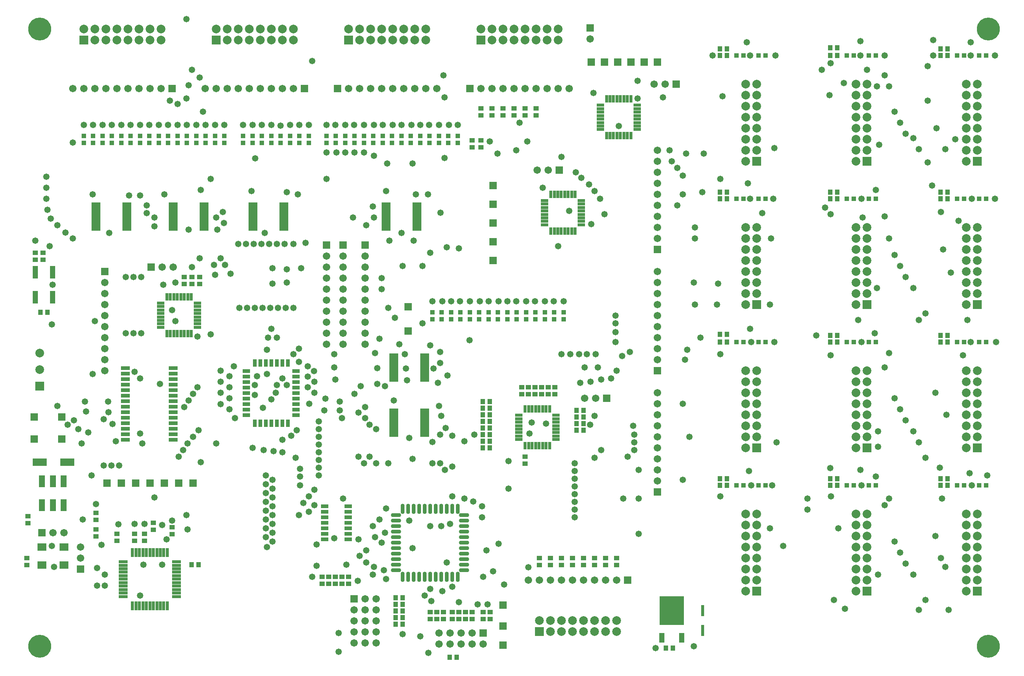
<source format=gts>
G04*
G04 #@! TF.GenerationSoftware,Altium Limited,Altium Designer,22.3.1 (43)*
G04*
G04 Layer_Color=8388736*
%FSLAX25Y25*%
%MOIN*%
G70*
G04*
G04 #@! TF.SameCoordinates,21523384-2048-4463-885C-5AC1EDF958CC*
G04*
G04*
G04 #@! TF.FilePolarity,Negative*
G04*
G01*
G75*
%ADD10R,0.03950X0.04540*%
%ADD11R,0.03950X0.03950*%
%ADD12R,0.06607X0.03800*%
%ADD13R,0.03800X0.06607*%
%ADD14R,0.06804X0.03359*%
%ADD15R,0.03162X0.10249*%
%ADD16R,0.03162X0.06607*%
%ADD17R,0.06607X0.03162*%
%ADD18R,0.04540X0.03950*%
%ADD19R,0.03162X0.08083*%
%ADD20R,0.08083X0.03162*%
%ADD21R,0.08083X0.03556*%
%ADD22O,0.09241X0.03556*%
%ADD23O,0.03556X0.09241*%
%ADD24R,0.04540X0.09068*%
%ADD25R,0.22453X0.26391*%
%ADD26R,0.07887X0.02572*%
%ADD27R,0.04737X0.11627*%
%ADD28R,0.05524X0.10642*%
%ADD29R,0.07887X0.07099*%
%ADD30R,0.12800X0.06800*%
%ADD31R,0.03950X0.03950*%
%ADD32C,0.06706*%
%ADD33R,0.06706X0.06706*%
%ADD34R,0.06706X0.06706*%
%ADD35C,0.07887*%
%ADD36R,0.07887X0.07887*%
%ADD37R,0.07887X0.07887*%
%ADD38C,0.06706*%
%ADD39R,0.06706X0.06706*%
%ADD40R,0.06706X0.06706*%
%ADD41C,0.20800*%
%ADD42C,0.05800*%
D10*
X736850Y166000D02*
D03*
X743150D02*
D03*
X836850Y562000D02*
D03*
X843150D02*
D03*
X836850Y432000D02*
D03*
X843150D02*
D03*
X836850Y296000D02*
D03*
X843150D02*
D03*
X636850Y166000D02*
D03*
X643150D02*
D03*
X836850D02*
D03*
X843150D02*
D03*
X836850Y302000D02*
D03*
X843150D02*
D03*
X636850Y172000D02*
D03*
X643150D02*
D03*
X736850D02*
D03*
X743150D02*
D03*
X836850D02*
D03*
X843150D02*
D03*
X164150Y94000D02*
D03*
X157850D02*
D03*
X428150Y242000D02*
D03*
X421850D02*
D03*
X428150Y230000D02*
D03*
X421850D02*
D03*
X428150Y224000D02*
D03*
X421850D02*
D03*
X428150Y218000D02*
D03*
X421850D02*
D03*
X428150Y212000D02*
D03*
X421850D02*
D03*
X428150Y206000D02*
D03*
X421850D02*
D03*
X428150Y200000D02*
D03*
X421850D02*
D03*
X643150Y556000D02*
D03*
X636850D02*
D03*
X643150Y296000D02*
D03*
X636850D02*
D03*
X743150Y426000D02*
D03*
X736850D02*
D03*
X743150Y296000D02*
D03*
X736850D02*
D03*
X743150Y556000D02*
D03*
X736850D02*
D03*
X843150Y426000D02*
D03*
X836850D02*
D03*
X643150D02*
D03*
X636850D02*
D03*
X843150Y556000D02*
D03*
X836850D02*
D03*
X513150Y216000D02*
D03*
X506850D02*
D03*
X428150Y236000D02*
D03*
X421850D02*
D03*
X513150Y228000D02*
D03*
X506850D02*
D03*
X513150Y234000D02*
D03*
X506850D02*
D03*
X513150Y222000D02*
D03*
X506850D02*
D03*
X398150Y10000D02*
D03*
X391850D02*
D03*
X743150Y563000D02*
D03*
X736850D02*
D03*
X743150Y302000D02*
D03*
X736850D02*
D03*
X743150Y432000D02*
D03*
X736850D02*
D03*
X643150D02*
D03*
X636850D02*
D03*
X643150Y562000D02*
D03*
X636850D02*
D03*
X643150Y303000D02*
D03*
X636850D02*
D03*
X342850Y46000D02*
D03*
X349150D02*
D03*
X342850Y40000D02*
D03*
X349150D02*
D03*
X342850Y58000D02*
D03*
X349150D02*
D03*
X342850Y64000D02*
D03*
X349150D02*
D03*
X342850Y52000D02*
D03*
X349150D02*
D03*
X20850Y323000D02*
D03*
X27150D02*
D03*
X594150Y18500D02*
D03*
X587850D02*
D03*
D11*
X68500Y483150D02*
D03*
Y476850D02*
D03*
X102500D02*
D03*
Y483150D02*
D03*
X390500D02*
D03*
Y476850D02*
D03*
X187500Y483150D02*
D03*
Y476850D02*
D03*
X376000Y323150D02*
D03*
Y316850D02*
D03*
X136500Y476850D02*
D03*
Y483150D02*
D03*
X119500Y476850D02*
D03*
Y483150D02*
D03*
X145000Y476850D02*
D03*
Y483150D02*
D03*
X111000Y476850D02*
D03*
Y483150D02*
D03*
X153500Y476850D02*
D03*
Y483150D02*
D03*
X162000Y476850D02*
D03*
Y483150D02*
D03*
X128000Y476850D02*
D03*
Y483150D02*
D03*
X170500Y476850D02*
D03*
Y483150D02*
D03*
X179000Y476850D02*
D03*
Y483150D02*
D03*
X495000Y316850D02*
D03*
Y323150D02*
D03*
X297000Y476850D02*
D03*
Y483150D02*
D03*
X339500Y476850D02*
D03*
Y483150D02*
D03*
X280000Y476850D02*
D03*
Y483150D02*
D03*
X314000Y476850D02*
D03*
Y483150D02*
D03*
X382000Y476850D02*
D03*
Y483150D02*
D03*
X322500Y476850D02*
D03*
Y483150D02*
D03*
X486500Y316850D02*
D03*
Y323150D02*
D03*
X478000Y316850D02*
D03*
Y323150D02*
D03*
X331000Y476850D02*
D03*
Y483150D02*
D03*
X373500Y476850D02*
D03*
Y483150D02*
D03*
X356500Y476850D02*
D03*
Y483150D02*
D03*
X365000Y476850D02*
D03*
Y483150D02*
D03*
X305500Y476850D02*
D03*
Y483150D02*
D03*
X288500Y476850D02*
D03*
Y483150D02*
D03*
X399000Y476850D02*
D03*
Y483150D02*
D03*
X348000Y476850D02*
D03*
Y483150D02*
D03*
X204500Y476850D02*
D03*
Y483150D02*
D03*
X238500Y476850D02*
D03*
Y483150D02*
D03*
X393000Y316850D02*
D03*
Y323150D02*
D03*
X401500D02*
D03*
Y316850D02*
D03*
X384500D02*
D03*
Y323150D02*
D03*
X230000Y476850D02*
D03*
Y483150D02*
D03*
X213000Y476850D02*
D03*
Y483150D02*
D03*
X427000Y316850D02*
D03*
Y323150D02*
D03*
X221500Y476850D02*
D03*
Y483150D02*
D03*
X418500Y316850D02*
D03*
Y323150D02*
D03*
X410000Y316850D02*
D03*
Y323150D02*
D03*
X60000Y476700D02*
D03*
Y483000D02*
D03*
X264000Y476850D02*
D03*
Y483150D02*
D03*
X94000Y476850D02*
D03*
Y483150D02*
D03*
X85500Y476850D02*
D03*
Y483150D02*
D03*
X77000Y476850D02*
D03*
Y483150D02*
D03*
X444000Y316850D02*
D03*
Y323150D02*
D03*
X469500Y316850D02*
D03*
Y323150D02*
D03*
X461000Y316850D02*
D03*
Y323150D02*
D03*
X452500Y316850D02*
D03*
Y323150D02*
D03*
X435500Y316850D02*
D03*
Y323150D02*
D03*
X255500Y476850D02*
D03*
Y483150D02*
D03*
X247000Y476850D02*
D03*
Y483150D02*
D03*
D12*
X252500Y239900D02*
D03*
Y244900D02*
D03*
Y234900D02*
D03*
X207500Y269900D02*
D03*
Y264900D02*
D03*
Y259900D02*
D03*
Y254900D02*
D03*
Y249900D02*
D03*
Y244900D02*
D03*
Y239900D02*
D03*
Y234900D02*
D03*
Y229900D02*
D03*
X252500Y249900D02*
D03*
Y254900D02*
D03*
Y259900D02*
D03*
Y264900D02*
D03*
Y269900D02*
D03*
Y229900D02*
D03*
D13*
X240000Y222500D02*
D03*
X235000D02*
D03*
X230000D02*
D03*
X245000D02*
D03*
X230000Y277000D02*
D03*
X225000D02*
D03*
X220000D02*
D03*
X215000D02*
D03*
Y222500D02*
D03*
X220000D02*
D03*
X225000D02*
D03*
X245000Y277000D02*
D03*
X240000D02*
D03*
X235000D02*
D03*
D14*
X278323Y117000D02*
D03*
X299677Y147000D02*
D03*
X278323D02*
D03*
Y142000D02*
D03*
Y137000D02*
D03*
Y132000D02*
D03*
Y127000D02*
D03*
Y122000D02*
D03*
X299677Y117000D02*
D03*
Y122000D02*
D03*
Y127000D02*
D03*
Y132000D02*
D03*
Y137000D02*
D03*
Y142000D02*
D03*
D15*
X621000Y34600D02*
D03*
Y52500D02*
D03*
D16*
X469701Y235370D02*
D03*
X472850D02*
D03*
X463402Y202000D02*
D03*
X460252Y235370D02*
D03*
X463402D02*
D03*
X466551D02*
D03*
X476000D02*
D03*
X479150D02*
D03*
X482299D02*
D03*
Y202000D02*
D03*
X479150D02*
D03*
X476000D02*
D03*
X472850D02*
D03*
X469701D02*
D03*
X466551D02*
D03*
X460252D02*
D03*
X135425Y303815D02*
D03*
X141724D02*
D03*
X144874D02*
D03*
X148024D02*
D03*
X151173D02*
D03*
X154323D02*
D03*
X157472D02*
D03*
Y337185D02*
D03*
X154323D02*
D03*
X151173D02*
D03*
X141724D02*
D03*
X138575D02*
D03*
X135425D02*
D03*
X138575Y303815D02*
D03*
X148024Y337185D02*
D03*
X144874D02*
D03*
X556024Y516685D02*
D03*
X552874D02*
D03*
X549724D02*
D03*
X546575D02*
D03*
X543425D02*
D03*
X540276D02*
D03*
X537126D02*
D03*
X533976D02*
D03*
Y483315D02*
D03*
X543425D02*
D03*
X546575D02*
D03*
X549724D02*
D03*
X552874D02*
D03*
X556024D02*
D03*
X537126D02*
D03*
X540276D02*
D03*
X483476Y396815D02*
D03*
X489776D02*
D03*
X492925D02*
D03*
X496075D02*
D03*
X499224D02*
D03*
X502374D02*
D03*
X505524D02*
D03*
Y430185D02*
D03*
X502374D02*
D03*
X499224D02*
D03*
X489776D02*
D03*
X486626D02*
D03*
X483476D02*
D03*
X486626Y396815D02*
D03*
X496075Y430185D02*
D03*
X492925D02*
D03*
D17*
X487961Y213961D02*
D03*
Y210811D02*
D03*
Y229709D02*
D03*
Y226559D02*
D03*
Y223409D02*
D03*
Y220260D02*
D03*
Y217110D02*
D03*
Y207661D02*
D03*
X454591D02*
D03*
Y210811D02*
D03*
Y213961D02*
D03*
Y217110D02*
D03*
Y220260D02*
D03*
Y223409D02*
D03*
Y226559D02*
D03*
Y229709D02*
D03*
X129764Y331524D02*
D03*
Y328374D02*
D03*
Y325224D02*
D03*
Y322075D02*
D03*
Y318925D02*
D03*
Y315776D02*
D03*
Y312626D02*
D03*
Y309476D02*
D03*
X163134D02*
D03*
Y318925D02*
D03*
Y322075D02*
D03*
Y325224D02*
D03*
Y328374D02*
D03*
Y331524D02*
D03*
Y312626D02*
D03*
Y315776D02*
D03*
X528315Y511024D02*
D03*
Y504724D02*
D03*
Y501575D02*
D03*
Y498425D02*
D03*
Y495276D02*
D03*
Y492126D02*
D03*
Y488976D02*
D03*
X561685D02*
D03*
Y492126D02*
D03*
Y495276D02*
D03*
Y504724D02*
D03*
Y507874D02*
D03*
Y511024D02*
D03*
X528315Y507874D02*
D03*
X561685Y498425D02*
D03*
Y501575D02*
D03*
X477815Y424524D02*
D03*
Y421374D02*
D03*
Y418224D02*
D03*
Y415075D02*
D03*
Y411925D02*
D03*
Y408776D02*
D03*
Y405626D02*
D03*
Y402476D02*
D03*
X511185D02*
D03*
Y411925D02*
D03*
Y415075D02*
D03*
Y418224D02*
D03*
Y421374D02*
D03*
Y424524D02*
D03*
Y405626D02*
D03*
Y408776D02*
D03*
D18*
X151000Y348850D02*
D03*
Y355150D02*
D03*
X420000Y479150D02*
D03*
Y472850D02*
D03*
X412000Y479150D02*
D03*
Y472850D02*
D03*
X422000Y51150D02*
D03*
Y44850D02*
D03*
X470000Y508150D02*
D03*
Y501850D02*
D03*
X460000Y508150D02*
D03*
Y501850D02*
D03*
X450000Y508150D02*
D03*
Y501850D02*
D03*
X440000Y508150D02*
D03*
Y501850D02*
D03*
X430000Y508150D02*
D03*
Y501850D02*
D03*
X420000Y508150D02*
D03*
Y501850D02*
D03*
X9500Y131850D02*
D03*
Y138150D02*
D03*
X23000Y370850D02*
D03*
Y377150D02*
D03*
X533000Y93850D02*
D03*
Y100150D02*
D03*
X457000Y248850D02*
D03*
Y255150D02*
D03*
X481000D02*
D03*
Y248850D02*
D03*
X493000Y93850D02*
D03*
Y100150D02*
D03*
X513000Y93850D02*
D03*
Y100150D02*
D03*
X543000Y93850D02*
D03*
Y100150D02*
D03*
X463000Y248850D02*
D03*
Y255150D02*
D03*
X460000Y192150D02*
D03*
Y185850D02*
D03*
X473000Y93850D02*
D03*
Y100150D02*
D03*
X487000Y255150D02*
D03*
Y248850D02*
D03*
X483000Y93850D02*
D03*
Y100150D02*
D03*
X503000Y93850D02*
D03*
Y100150D02*
D03*
X475000Y255150D02*
D03*
Y248850D02*
D03*
X523000Y93850D02*
D03*
Y100150D02*
D03*
X282000Y76850D02*
D03*
Y83150D02*
D03*
X276000Y76850D02*
D03*
Y83150D02*
D03*
X386000Y44850D02*
D03*
Y51150D02*
D03*
X288000Y76850D02*
D03*
Y83150D02*
D03*
X300000Y76850D02*
D03*
Y83150D02*
D03*
X412000Y44850D02*
D03*
Y51150D02*
D03*
X406000D02*
D03*
Y44850D02*
D03*
X294000Y76850D02*
D03*
Y83150D02*
D03*
X380000Y44850D02*
D03*
Y51150D02*
D03*
X428500D02*
D03*
Y44850D02*
D03*
X400000D02*
D03*
Y51150D02*
D03*
X8500Y93850D02*
D03*
Y100150D02*
D03*
X158000Y355150D02*
D03*
Y348850D02*
D03*
X469000Y248850D02*
D03*
Y255150D02*
D03*
X165000Y355150D02*
D03*
Y348850D02*
D03*
X71000Y119850D02*
D03*
Y126150D02*
D03*
X374000Y51150D02*
D03*
Y44850D02*
D03*
X16000Y370701D02*
D03*
Y377000D02*
D03*
X394000Y51150D02*
D03*
Y44850D02*
D03*
X106000Y115850D02*
D03*
Y122150D02*
D03*
X71000Y141150D02*
D03*
Y134850D02*
D03*
X115000Y115850D02*
D03*
Y122150D02*
D03*
X90000Y115850D02*
D03*
Y122150D02*
D03*
X140000Y121850D02*
D03*
Y128150D02*
D03*
X123000Y125850D02*
D03*
Y132150D02*
D03*
D19*
X104252Y105213D02*
D03*
X107402D02*
D03*
X110551D02*
D03*
X113701D02*
D03*
X116850D02*
D03*
X123150D02*
D03*
X126299D02*
D03*
X129449D02*
D03*
X132598D02*
D03*
X135748D02*
D03*
Y56787D02*
D03*
X132598D02*
D03*
X129449D02*
D03*
X126299D02*
D03*
X116850D02*
D03*
X113701D02*
D03*
X110551D02*
D03*
X107402D02*
D03*
X104252D02*
D03*
X120000Y105213D02*
D03*
X123150Y56787D02*
D03*
X120000D02*
D03*
D20*
X144213Y96748D02*
D03*
Y93598D02*
D03*
Y87299D02*
D03*
Y84150D02*
D03*
Y81000D02*
D03*
Y77850D02*
D03*
Y74701D02*
D03*
Y71551D02*
D03*
Y68402D02*
D03*
Y65252D02*
D03*
X95787D02*
D03*
Y68402D02*
D03*
Y71551D02*
D03*
Y74701D02*
D03*
Y77850D02*
D03*
Y81000D02*
D03*
Y84150D02*
D03*
Y87299D02*
D03*
Y93598D02*
D03*
Y96748D02*
D03*
X144213Y90449D02*
D03*
X95787D02*
D03*
D21*
X97667Y212500D02*
D03*
Y217500D02*
D03*
Y222500D02*
D03*
Y227500D02*
D03*
Y232500D02*
D03*
Y237500D02*
D03*
Y242500D02*
D03*
Y247500D02*
D03*
Y252500D02*
D03*
Y257500D02*
D03*
Y262500D02*
D03*
Y267500D02*
D03*
Y272500D02*
D03*
X141171Y267500D02*
D03*
Y262500D02*
D03*
Y257500D02*
D03*
Y252500D02*
D03*
Y247500D02*
D03*
Y242500D02*
D03*
Y237500D02*
D03*
Y232500D02*
D03*
Y227500D02*
D03*
Y222500D02*
D03*
Y217500D02*
D03*
Y212500D02*
D03*
Y207500D02*
D03*
X97667D02*
D03*
X141171Y272500D02*
D03*
D22*
X404720Y104000D02*
D03*
X343280Y134000D02*
D03*
X404720Y129000D02*
D03*
X343280Y109000D02*
D03*
X404720Y89000D02*
D03*
Y94000D02*
D03*
Y99000D02*
D03*
Y109000D02*
D03*
Y114000D02*
D03*
Y119000D02*
D03*
Y124000D02*
D03*
Y134000D02*
D03*
Y139000D02*
D03*
X343280D02*
D03*
Y129000D02*
D03*
Y124000D02*
D03*
Y119000D02*
D03*
Y114000D02*
D03*
Y104000D02*
D03*
Y99000D02*
D03*
Y94000D02*
D03*
Y89000D02*
D03*
D23*
X379000Y144720D02*
D03*
X359000Y83280D02*
D03*
X384000D02*
D03*
X374000Y144720D02*
D03*
Y83280D02*
D03*
X379000D02*
D03*
X389000D02*
D03*
X394000D02*
D03*
X399000D02*
D03*
Y144720D02*
D03*
X394000D02*
D03*
X389000D02*
D03*
X384000D02*
D03*
X369000D02*
D03*
X364000D02*
D03*
X359000D02*
D03*
X354000D02*
D03*
X349000D02*
D03*
Y83280D02*
D03*
X354000D02*
D03*
X364000D02*
D03*
X369000D02*
D03*
D24*
X584024Y27768D02*
D03*
X601976D02*
D03*
D25*
X593000Y52571D02*
D03*
D26*
X361976Y418957D02*
D03*
X334024Y398484D02*
D03*
Y421516D02*
D03*
X361976D02*
D03*
Y416398D02*
D03*
Y413839D02*
D03*
Y411280D02*
D03*
Y408720D02*
D03*
Y406161D02*
D03*
Y403602D02*
D03*
Y401043D02*
D03*
Y398484D02*
D03*
X334024Y401043D02*
D03*
Y403602D02*
D03*
Y406161D02*
D03*
Y408720D02*
D03*
Y411280D02*
D03*
Y413839D02*
D03*
Y416398D02*
D03*
Y418957D02*
D03*
X241476D02*
D03*
X213524Y398484D02*
D03*
Y421516D02*
D03*
X241476D02*
D03*
Y416398D02*
D03*
Y413839D02*
D03*
Y411280D02*
D03*
Y408720D02*
D03*
Y406161D02*
D03*
Y403602D02*
D03*
Y401043D02*
D03*
Y398484D02*
D03*
X213524Y401043D02*
D03*
Y403602D02*
D03*
Y406161D02*
D03*
Y408720D02*
D03*
Y411280D02*
D03*
Y413839D02*
D03*
Y416398D02*
D03*
Y418957D02*
D03*
X341024Y231957D02*
D03*
Y229398D02*
D03*
Y226839D02*
D03*
Y224280D02*
D03*
Y221720D02*
D03*
Y219161D02*
D03*
Y216602D02*
D03*
Y214043D02*
D03*
X368976Y211484D02*
D03*
Y214043D02*
D03*
Y216602D02*
D03*
Y219161D02*
D03*
Y221720D02*
D03*
Y224280D02*
D03*
Y226839D02*
D03*
Y229398D02*
D03*
Y234516D02*
D03*
X341024D02*
D03*
Y211484D02*
D03*
X368976Y231957D02*
D03*
X71024Y418957D02*
D03*
Y416398D02*
D03*
Y413839D02*
D03*
Y411280D02*
D03*
Y408720D02*
D03*
Y406161D02*
D03*
Y403602D02*
D03*
Y401043D02*
D03*
X98976Y398484D02*
D03*
Y401043D02*
D03*
Y403602D02*
D03*
Y406161D02*
D03*
Y408720D02*
D03*
Y411280D02*
D03*
Y413839D02*
D03*
Y416398D02*
D03*
Y421516D02*
D03*
X71024D02*
D03*
Y398484D02*
D03*
X98976Y418957D02*
D03*
X341024Y281957D02*
D03*
Y279398D02*
D03*
Y276839D02*
D03*
Y274280D02*
D03*
Y271720D02*
D03*
Y269161D02*
D03*
Y266602D02*
D03*
Y264043D02*
D03*
X368976Y261484D02*
D03*
Y264043D02*
D03*
Y266602D02*
D03*
Y269161D02*
D03*
Y271720D02*
D03*
Y274280D02*
D03*
Y276839D02*
D03*
Y279398D02*
D03*
Y284516D02*
D03*
X341024D02*
D03*
Y261484D02*
D03*
X368976Y281957D02*
D03*
X141024Y418957D02*
D03*
Y416398D02*
D03*
Y413839D02*
D03*
Y411280D02*
D03*
Y408720D02*
D03*
Y406161D02*
D03*
Y403602D02*
D03*
Y401043D02*
D03*
X168976Y398484D02*
D03*
Y401043D02*
D03*
Y403602D02*
D03*
Y406161D02*
D03*
Y408720D02*
D03*
Y411280D02*
D03*
Y413839D02*
D03*
Y416398D02*
D03*
Y421516D02*
D03*
X141024D02*
D03*
Y398484D02*
D03*
X168976Y418957D02*
D03*
D27*
X31874Y336681D02*
D03*
Y359319D02*
D03*
X16126Y336681D02*
D03*
Y359319D02*
D03*
D28*
X22158Y169827D02*
D03*
X32000D02*
D03*
X41842D02*
D03*
Y148173D02*
D03*
X32000D02*
D03*
X22158D02*
D03*
D29*
X42000Y93732D02*
D03*
X22000Y110268D02*
D03*
Y93732D02*
D03*
X42000Y110268D02*
D03*
D30*
X20000Y187000D02*
D03*
X45000D02*
D03*
D31*
X871850Y166000D02*
D03*
X878150D02*
D03*
X671850D02*
D03*
X678150D02*
D03*
X751850D02*
D03*
X758150D02*
D03*
X851850D02*
D03*
X858150D02*
D03*
X651850Y426000D02*
D03*
X658150D02*
D03*
X751850D02*
D03*
X758150D02*
D03*
X858150D02*
D03*
X851850D02*
D03*
X651850Y296000D02*
D03*
X658150D02*
D03*
X751850D02*
D03*
X758150D02*
D03*
X851850Y556000D02*
D03*
X858150D02*
D03*
X751850D02*
D03*
X758150D02*
D03*
X778150Y296000D02*
D03*
X771850D02*
D03*
X678150Y556000D02*
D03*
X671850D02*
D03*
X678150Y426000D02*
D03*
X671850D02*
D03*
X678150Y296000D02*
D03*
X671850D02*
D03*
X778150Y556000D02*
D03*
X771850D02*
D03*
X878150Y426000D02*
D03*
X871850D02*
D03*
X771850D02*
D03*
X778150D02*
D03*
X878150Y556000D02*
D03*
X871850D02*
D03*
X658150Y166000D02*
D03*
X651850D02*
D03*
X778150D02*
D03*
X771850D02*
D03*
X878150Y296000D02*
D03*
X871850D02*
D03*
X658150Y556000D02*
D03*
X651850D02*
D03*
X858150Y296000D02*
D03*
X851850D02*
D03*
D32*
X325000Y23000D02*
D03*
Y33000D02*
D03*
Y43000D02*
D03*
Y53000D02*
D03*
Y63000D02*
D03*
X315000D02*
D03*
Y23000D02*
D03*
X305000D02*
D03*
X315000Y33000D02*
D03*
X305000D02*
D03*
X315000Y43000D02*
D03*
X305000D02*
D03*
X315000Y53000D02*
D03*
X305000D02*
D03*
X382000Y22000D02*
D03*
X422000D02*
D03*
X412000D02*
D03*
X382000Y32000D02*
D03*
X392000Y22000D02*
D03*
Y32000D02*
D03*
X402000Y22000D02*
D03*
Y32000D02*
D03*
X412000D02*
D03*
X519000Y571000D02*
D03*
X280000Y294000D02*
D03*
Y334000D02*
D03*
Y374000D02*
D03*
Y324000D02*
D03*
Y364000D02*
D03*
Y314000D02*
D03*
Y354000D02*
D03*
Y304000D02*
D03*
Y344000D02*
D03*
X79000Y270000D02*
D03*
Y320000D02*
D03*
Y280000D02*
D03*
Y330000D02*
D03*
Y290000D02*
D03*
Y340000D02*
D03*
Y300000D02*
D03*
Y350000D02*
D03*
Y310000D02*
D03*
X295000Y344000D02*
D03*
Y304000D02*
D03*
Y354000D02*
D03*
Y314000D02*
D03*
Y364000D02*
D03*
Y324000D02*
D03*
Y374000D02*
D03*
Y334000D02*
D03*
Y294000D02*
D03*
X450000Y526000D02*
D03*
X490000D02*
D03*
X440000D02*
D03*
X480000D02*
D03*
X430000D02*
D03*
X470000D02*
D03*
X420000D02*
D03*
X460000D02*
D03*
X500000D02*
D03*
X315000Y344000D02*
D03*
Y304000D02*
D03*
Y354000D02*
D03*
Y314000D02*
D03*
Y364000D02*
D03*
Y324000D02*
D03*
Y374000D02*
D03*
Y334000D02*
D03*
Y294000D02*
D03*
X580000Y420000D02*
D03*
Y460000D02*
D03*
Y410000D02*
D03*
Y450000D02*
D03*
Y400000D02*
D03*
Y440000D02*
D03*
Y390000D02*
D03*
Y430000D02*
D03*
Y470000D02*
D03*
X513000Y80000D02*
D03*
X473000D02*
D03*
X523000D02*
D03*
X483000D02*
D03*
X533000D02*
D03*
X493000D02*
D03*
X543000D02*
D03*
X503000D02*
D03*
X463000D02*
D03*
X330000Y526000D02*
D03*
X370000D02*
D03*
X320000D02*
D03*
X360000D02*
D03*
X310000D02*
D03*
X350000D02*
D03*
X300000D02*
D03*
X340000D02*
D03*
X380000D02*
D03*
X580000Y310000D02*
D03*
Y350000D02*
D03*
Y300000D02*
D03*
Y340000D02*
D03*
Y290000D02*
D03*
Y330000D02*
D03*
Y280000D02*
D03*
Y320000D02*
D03*
Y360000D02*
D03*
X100000Y526000D02*
D03*
X60000D02*
D03*
X110000D02*
D03*
X70000D02*
D03*
X120000D02*
D03*
X80000D02*
D03*
X130000D02*
D03*
X90000D02*
D03*
X50000D02*
D03*
X580000Y200000D02*
D03*
Y240000D02*
D03*
Y190000D02*
D03*
Y230000D02*
D03*
Y180000D02*
D03*
Y220000D02*
D03*
Y170000D02*
D03*
Y210000D02*
D03*
Y250000D02*
D03*
X220000Y526000D02*
D03*
X180000D02*
D03*
X230000D02*
D03*
X190000D02*
D03*
X240000D02*
D03*
X200000D02*
D03*
X250000D02*
D03*
X210000D02*
D03*
X170000D02*
D03*
D33*
X305000Y63000D02*
D03*
X280000Y384000D02*
D03*
X431000Y421000D02*
D03*
X79000Y360000D02*
D03*
X431000Y438000D02*
D03*
X295000Y384000D02*
D03*
X315000D02*
D03*
X580000Y380000D02*
D03*
Y270000D02*
D03*
Y160000D02*
D03*
X431000Y387000D02*
D03*
Y404000D02*
D03*
Y370000D02*
D03*
D34*
X422000Y32000D02*
D03*
X519000Y581000D02*
D03*
X40000Y228000D02*
D03*
X580000Y550000D02*
D03*
X410000Y526000D02*
D03*
X553000Y80000D02*
D03*
X290000Y526000D02*
D03*
X140000D02*
D03*
X260000D02*
D03*
X440000Y21000D02*
D03*
Y57500D02*
D03*
Y38500D02*
D03*
X40000Y208000D02*
D03*
X15000D02*
D03*
Y228000D02*
D03*
X354000Y306000D02*
D03*
Y328000D02*
D03*
X159000Y168000D02*
D03*
X81000D02*
D03*
X133000D02*
D03*
X94000D02*
D03*
X146000D02*
D03*
X120000D02*
D03*
X107000D02*
D03*
X568000Y550000D02*
D03*
X556000D02*
D03*
X544000D02*
D03*
X520000D02*
D03*
X532000D02*
D03*
D35*
X543000Y33500D02*
D03*
X473000Y43500D02*
D03*
X483000Y33500D02*
D03*
Y43500D02*
D03*
X493000Y33500D02*
D03*
Y43500D02*
D03*
X503000Y33500D02*
D03*
Y43500D02*
D03*
X513000Y33500D02*
D03*
Y43500D02*
D03*
X523000Y33500D02*
D03*
Y43500D02*
D03*
X533000Y33500D02*
D03*
Y43500D02*
D03*
X543000D02*
D03*
X20000Y286000D02*
D03*
Y271000D02*
D03*
X760000Y530000D02*
D03*
Y520000D02*
D03*
Y510000D02*
D03*
X770000D02*
D03*
X760000Y500000D02*
D03*
X770000D02*
D03*
X760000Y490000D02*
D03*
X770000D02*
D03*
X760000Y480000D02*
D03*
X770000D02*
D03*
X760000Y470000D02*
D03*
X770000D02*
D03*
X760000Y460000D02*
D03*
X770000Y530000D02*
D03*
Y520000D02*
D03*
X860000Y140000D02*
D03*
Y130000D02*
D03*
Y120000D02*
D03*
X870000D02*
D03*
X860000Y110000D02*
D03*
X870000D02*
D03*
X860000Y100000D02*
D03*
X870000D02*
D03*
X860000Y90000D02*
D03*
X870000D02*
D03*
X860000Y80000D02*
D03*
X870000D02*
D03*
X860000Y70000D02*
D03*
X870000Y140000D02*
D03*
Y130000D02*
D03*
X860000Y270000D02*
D03*
Y260000D02*
D03*
Y250000D02*
D03*
X870000D02*
D03*
X860000Y240000D02*
D03*
X870000D02*
D03*
X860000Y230000D02*
D03*
X870000D02*
D03*
X860000Y220000D02*
D03*
X870000D02*
D03*
X860000Y210000D02*
D03*
X870000D02*
D03*
X860000Y200000D02*
D03*
X870000Y270000D02*
D03*
Y260000D02*
D03*
X760000Y400000D02*
D03*
Y390000D02*
D03*
Y380000D02*
D03*
X770000D02*
D03*
X760000Y370000D02*
D03*
X770000D02*
D03*
X760000Y360000D02*
D03*
X770000D02*
D03*
X760000Y350000D02*
D03*
X770000D02*
D03*
X760000Y340000D02*
D03*
X770000D02*
D03*
X760000Y330000D02*
D03*
X770000Y400000D02*
D03*
Y390000D02*
D03*
X860000Y530000D02*
D03*
Y520000D02*
D03*
Y510000D02*
D03*
X870000D02*
D03*
X860000Y500000D02*
D03*
X870000D02*
D03*
X860000Y490000D02*
D03*
X870000D02*
D03*
X860000Y480000D02*
D03*
X870000D02*
D03*
X860000Y470000D02*
D03*
X870000D02*
D03*
X860000Y460000D02*
D03*
X870000Y530000D02*
D03*
Y520000D02*
D03*
X490000Y580000D02*
D03*
X480000D02*
D03*
X470000D02*
D03*
X460000D02*
D03*
X450000D02*
D03*
X440000D02*
D03*
X430000D02*
D03*
X420000D02*
D03*
X490000Y570000D02*
D03*
X480000D02*
D03*
X470000D02*
D03*
X460000D02*
D03*
X450000D02*
D03*
X440000D02*
D03*
X430000D02*
D03*
X760000Y140000D02*
D03*
Y130000D02*
D03*
Y120000D02*
D03*
X770000D02*
D03*
X760000Y110000D02*
D03*
X770000D02*
D03*
X760000Y100000D02*
D03*
X770000D02*
D03*
X760000Y90000D02*
D03*
X770000D02*
D03*
X760000Y80000D02*
D03*
X770000D02*
D03*
X760000Y70000D02*
D03*
X770000Y140000D02*
D03*
Y130000D02*
D03*
X760000Y270000D02*
D03*
Y260000D02*
D03*
Y250000D02*
D03*
X770000D02*
D03*
X760000Y240000D02*
D03*
X770000D02*
D03*
X760000Y230000D02*
D03*
X770000D02*
D03*
X760000Y220000D02*
D03*
X770000D02*
D03*
X760000Y210000D02*
D03*
X770000D02*
D03*
X760000Y200000D02*
D03*
X770000Y270000D02*
D03*
Y260000D02*
D03*
X660000Y400000D02*
D03*
Y390000D02*
D03*
Y380000D02*
D03*
X670000D02*
D03*
X660000Y370000D02*
D03*
X670000D02*
D03*
X660000Y360000D02*
D03*
X670000D02*
D03*
X660000Y350000D02*
D03*
X670000D02*
D03*
X660000Y340000D02*
D03*
X670000D02*
D03*
X660000Y330000D02*
D03*
X670000Y400000D02*
D03*
Y390000D02*
D03*
X860000Y400000D02*
D03*
Y390000D02*
D03*
Y380000D02*
D03*
X870000D02*
D03*
X860000Y370000D02*
D03*
X870000D02*
D03*
X860000Y360000D02*
D03*
X870000D02*
D03*
X860000Y350000D02*
D03*
X870000D02*
D03*
X860000Y340000D02*
D03*
X870000D02*
D03*
X860000Y330000D02*
D03*
X870000Y400000D02*
D03*
Y390000D02*
D03*
X250000Y580000D02*
D03*
X240000D02*
D03*
X230000D02*
D03*
X220000D02*
D03*
X210000D02*
D03*
X200000D02*
D03*
X190000D02*
D03*
X180000D02*
D03*
X250000Y570000D02*
D03*
X240000D02*
D03*
X230000D02*
D03*
X220000D02*
D03*
X210000D02*
D03*
X200000D02*
D03*
X190000D02*
D03*
X660000Y530000D02*
D03*
Y520000D02*
D03*
Y510000D02*
D03*
X670000D02*
D03*
X660000Y500000D02*
D03*
X670000D02*
D03*
X660000Y490000D02*
D03*
X670000D02*
D03*
X660000Y480000D02*
D03*
X670000D02*
D03*
X660000Y470000D02*
D03*
X670000D02*
D03*
X660000Y460000D02*
D03*
X670000Y530000D02*
D03*
Y520000D02*
D03*
X660000Y270000D02*
D03*
Y260000D02*
D03*
Y250000D02*
D03*
X670000D02*
D03*
X660000Y240000D02*
D03*
X670000D02*
D03*
X660000Y230000D02*
D03*
X670000D02*
D03*
X660000Y220000D02*
D03*
X670000D02*
D03*
X660000Y210000D02*
D03*
X670000D02*
D03*
X660000Y200000D02*
D03*
X670000Y270000D02*
D03*
Y260000D02*
D03*
X660000Y140000D02*
D03*
Y130000D02*
D03*
Y120000D02*
D03*
X670000D02*
D03*
X660000Y110000D02*
D03*
X670000D02*
D03*
X660000Y100000D02*
D03*
X670000D02*
D03*
X660000Y90000D02*
D03*
X670000D02*
D03*
X660000Y80000D02*
D03*
X670000D02*
D03*
X660000Y70000D02*
D03*
X670000Y140000D02*
D03*
Y130000D02*
D03*
X130000Y580000D02*
D03*
X120000D02*
D03*
X110000D02*
D03*
X100000D02*
D03*
X90000D02*
D03*
X80000D02*
D03*
X70000D02*
D03*
X60000D02*
D03*
X130000Y570000D02*
D03*
X120000D02*
D03*
X110000D02*
D03*
X100000D02*
D03*
X90000D02*
D03*
X80000D02*
D03*
X70000D02*
D03*
X370000Y580000D02*
D03*
X360000D02*
D03*
X350000D02*
D03*
X340000D02*
D03*
X330000D02*
D03*
X320000D02*
D03*
X310000D02*
D03*
X300000D02*
D03*
X370000Y570000D02*
D03*
X360000D02*
D03*
X350000D02*
D03*
X340000D02*
D03*
X330000D02*
D03*
X320000D02*
D03*
X310000D02*
D03*
D36*
X473000Y33500D02*
D03*
X420000Y570000D02*
D03*
X180000D02*
D03*
X60000D02*
D03*
X300000D02*
D03*
D37*
X20000Y256000D02*
D03*
X770000Y460000D02*
D03*
X870000Y70000D02*
D03*
Y200000D02*
D03*
X770000Y330000D02*
D03*
X870000Y460000D02*
D03*
X770000Y70000D02*
D03*
Y200000D02*
D03*
X670000Y330000D02*
D03*
X870000D02*
D03*
X670000Y460000D02*
D03*
Y200000D02*
D03*
Y70000D02*
D03*
D38*
X42000Y123000D02*
D03*
X32000D02*
D03*
X524000Y245000D02*
D03*
X514000D02*
D03*
X57000Y110000D02*
D03*
Y100000D02*
D03*
X587000Y530000D02*
D03*
X577000D02*
D03*
X131000Y364000D02*
D03*
X141000D02*
D03*
X481000Y452000D02*
D03*
X471000D02*
D03*
D39*
X22000Y123000D02*
D03*
X534000Y245000D02*
D03*
X597000Y530000D02*
D03*
X121000Y364000D02*
D03*
X491000Y452000D02*
D03*
D40*
X57000Y90000D02*
D03*
D41*
X880000Y20000D02*
D03*
X20000Y580000D02*
D03*
Y20000D02*
D03*
X880000Y580000D02*
D03*
D42*
X263000Y274000D02*
D03*
X250000Y285000D02*
D03*
X326000Y258000D02*
D03*
X231000Y349000D02*
D03*
Y363000D02*
D03*
X326000Y272500D02*
D03*
X311000Y256000D02*
D03*
X563000Y154000D02*
D03*
Y122000D02*
D03*
X549000Y154000D02*
D03*
X291000Y15000D02*
D03*
Y32000D02*
D03*
X529000Y198000D02*
D03*
X523000Y191000D02*
D03*
X542000Y320000D02*
D03*
X76000Y112000D02*
D03*
X244000Y350000D02*
D03*
Y362000D02*
D03*
X256000Y181000D02*
D03*
X273000Y189000D02*
D03*
Y182000D02*
D03*
X257000Y363000D02*
D03*
X253000Y216000D02*
D03*
X355000Y134000D02*
D03*
X392000Y131000D02*
D03*
X384000Y129000D02*
D03*
X455000Y495000D02*
D03*
X280061Y444000D02*
D03*
X279000Y244900D02*
D03*
X476000Y436000D02*
D03*
X292000Y242000D02*
D03*
X268954Y269854D02*
D03*
X294000Y227000D02*
D03*
X394000Y156000D02*
D03*
X292000Y234000D02*
D03*
X278000D02*
D03*
X288000Y262000D02*
D03*
X204500Y493000D02*
D03*
X316000Y402000D02*
D03*
X435000Y467000D02*
D03*
X441000Y76000D02*
D03*
X425000Y107000D02*
D03*
X226000Y110000D02*
D03*
X298000Y94000D02*
D03*
X308525Y79525D02*
D03*
X310000Y102000D02*
D03*
X309000Y117000D02*
D03*
X316000Y107000D02*
D03*
X330000Y114000D02*
D03*
X324000Y119000D02*
D03*
X322000Y129000D02*
D03*
X316000Y96000D02*
D03*
X323000Y92000D02*
D03*
X322000Y85000D02*
D03*
X332000Y89000D02*
D03*
X334000Y81000D02*
D03*
Y145000D02*
D03*
X333000Y123000D02*
D03*
X328000Y135000D02*
D03*
X271000Y93000D02*
D03*
X358000Y109000D02*
D03*
X271000Y112500D02*
D03*
X273000Y224000D02*
D03*
X230000Y308000D02*
D03*
X196000Y274000D02*
D03*
X227000Y300000D02*
D03*
X154000Y126000D02*
D03*
X305586Y249000D02*
D03*
X315000Y237000D02*
D03*
X381000Y259000D02*
D03*
X445000Y188000D02*
D03*
Y163000D02*
D03*
X436000Y113000D02*
D03*
X389000Y96000D02*
D03*
X335000Y458000D02*
D03*
X358000D02*
D03*
X387000Y463000D02*
D03*
X391000Y493000D02*
D03*
X452000Y470000D02*
D03*
X462000Y478000D02*
D03*
X383500Y413500D02*
D03*
X336000Y327000D02*
D03*
X324000Y286000D02*
D03*
X328000Y299000D02*
D03*
X287000Y273000D02*
D03*
Y285000D02*
D03*
X197000Y227000D02*
D03*
X514000Y273000D02*
D03*
X501000Y285000D02*
D03*
X493000D02*
D03*
X510000Y259000D02*
D03*
X538000Y263000D02*
D03*
X526000Y273000D02*
D03*
X524000Y285000D02*
D03*
X548000Y283500D02*
D03*
X516000Y285000D02*
D03*
X519500Y260000D02*
D03*
X529000Y262000D02*
D03*
X543000Y270000D02*
D03*
X509000Y285000D02*
D03*
X409680Y297893D02*
D03*
X553000Y192000D02*
D03*
X559000Y198000D02*
D03*
X558000Y220000D02*
D03*
X559000Y212000D02*
D03*
Y205000D02*
D03*
X563000Y180000D02*
D03*
X490000Y383000D02*
D03*
X639000Y519000D02*
D03*
X562000Y517000D02*
D03*
X522000Y522000D02*
D03*
X841000Y92000D02*
D03*
X846000Y359000D02*
D03*
X839000Y380000D02*
D03*
X842000Y230000D02*
D03*
X857000Y284000D02*
D03*
X837000Y100000D02*
D03*
X836000Y182000D02*
D03*
X833000Y490000D02*
D03*
X825000Y515000D02*
D03*
X829000Y438000D02*
D03*
X682000Y330000D02*
D03*
X683000Y390000D02*
D03*
X675000Y413000D02*
D03*
X832000Y250000D02*
D03*
X790000Y154000D02*
D03*
X786000Y273000D02*
D03*
X795000Y115000D02*
D03*
X800000Y105000D02*
D03*
X832000Y120000D02*
D03*
X805000Y95000D02*
D03*
X812000Y85000D02*
D03*
X817000Y53000D02*
D03*
X823000Y62000D02*
D03*
X838000Y154000D02*
D03*
X737436Y156000D02*
D03*
X786000Y148000D02*
D03*
X879000Y175000D02*
D03*
X778000Y174000D02*
D03*
X736850Y181650D02*
D03*
X779000Y345000D02*
D03*
X780000Y201000D02*
D03*
Y215000D02*
D03*
X795000Y245000D02*
D03*
X800000Y235000D02*
D03*
X805000Y225000D02*
D03*
X812000Y215000D02*
D03*
X817000Y205000D02*
D03*
X823000Y191000D02*
D03*
Y322000D02*
D03*
X825000Y459000D02*
D03*
X737000Y412000D02*
D03*
X766000Y409000D02*
D03*
X805000Y355000D02*
D03*
X800000Y365000D02*
D03*
X790000Y286000D02*
D03*
X795000Y375000D02*
D03*
X817000Y316000D02*
D03*
Y471000D02*
D03*
X853000Y406000D02*
D03*
X841000Y471000D02*
D03*
X850000Y480000D02*
D03*
X812000Y345000D02*
D03*
Y481000D02*
D03*
X805000Y485000D02*
D03*
X800000Y495000D02*
D03*
X795000Y505000D02*
D03*
X790000Y390000D02*
D03*
Y528000D02*
D03*
X786000Y410000D02*
D03*
Y538000D02*
D03*
X844000Y53000D02*
D03*
X750000Y54000D02*
D03*
X781000Y475000D02*
D03*
X779000Y528000D02*
D03*
X770000Y543000D02*
D03*
X736000Y520000D02*
D03*
X749000Y531000D02*
D03*
X686000Y472000D02*
D03*
X688000Y205000D02*
D03*
X165000Y372000D02*
D03*
X68000Y267000D02*
D03*
X61000Y242000D02*
D03*
X179000Y357000D02*
D03*
X193000Y358000D02*
D03*
X178000Y366000D02*
D03*
X132000Y348000D02*
D03*
X143000Y350000D02*
D03*
X235000Y300000D02*
D03*
X184000Y372000D02*
D03*
X188000Y366000D02*
D03*
X235000Y385000D02*
D03*
X250000D02*
D03*
X242000D02*
D03*
X228000D02*
D03*
X221000D02*
D03*
X207000D02*
D03*
X214000D02*
D03*
X240000Y263000D02*
D03*
X208000Y327000D02*
D03*
X200000Y385000D02*
D03*
X261000Y386000D02*
D03*
X133000Y430000D02*
D03*
X117000Y413000D02*
D03*
Y420000D02*
D03*
X111000Y429000D02*
D03*
X187500Y493000D02*
D03*
X155000Y398000D02*
D03*
X68500Y493000D02*
D03*
X273000Y175000D02*
D03*
Y196000D02*
D03*
Y203000D02*
D03*
Y210000D02*
D03*
X240000Y207500D02*
D03*
X269000Y162000D02*
D03*
X252000Y191000D02*
D03*
X248000Y211000D02*
D03*
X273000Y217000D02*
D03*
X222464Y236536D02*
D03*
X229964Y244036D02*
D03*
X213000Y200000D02*
D03*
X223000Y198000D02*
D03*
X232000Y197000D02*
D03*
X240000Y196000D02*
D03*
X215000Y248000D02*
D03*
Y257000D02*
D03*
X217000Y265000D02*
D03*
X180000Y204000D02*
D03*
X256000Y174000D02*
D03*
X295000Y154000D02*
D03*
X269000Y148000D02*
D03*
X255000Y139000D02*
D03*
X259000Y150000D02*
D03*
X264000Y156000D02*
D03*
Y142000D02*
D03*
X264500Y240000D02*
D03*
X256000Y166000D02*
D03*
X269000Y250000D02*
D03*
X263000Y255000D02*
D03*
X269000Y260000D02*
D03*
X263000Y264900D02*
D03*
X192000Y245000D02*
D03*
Y235000D02*
D03*
X184000Y239900D02*
D03*
Y250000D02*
D03*
X192000Y255000D02*
D03*
X184000Y260000D02*
D03*
X192000Y265000D02*
D03*
X184000Y270000D02*
D03*
X231000Y131000D02*
D03*
X225000Y119000D02*
D03*
X231000Y115000D02*
D03*
X67000Y175000D02*
D03*
X231000Y123000D02*
D03*
Y139000D02*
D03*
X225000Y143000D02*
D03*
Y175000D02*
D03*
X159000Y249000D02*
D03*
X155000Y243000D02*
D03*
X163000Y255000D02*
D03*
X164000Y216000D02*
D03*
X159000Y210000D02*
D03*
X151000Y237107D02*
D03*
X154000Y204000D02*
D03*
X150000Y198000D02*
D03*
X146000Y192000D02*
D03*
X166000Y187000D02*
D03*
X78000Y184000D02*
D03*
X89000Y206000D02*
D03*
X92000Y184000D02*
D03*
X86000Y221664D02*
D03*
X78000Y226000D02*
D03*
X82500Y232500D02*
D03*
X82000Y242000D02*
D03*
X225000Y127000D02*
D03*
X124000Y155000D02*
D03*
X225000Y135000D02*
D03*
Y159000D02*
D03*
X231000Y171000D02*
D03*
Y147000D02*
D03*
X225000Y151000D02*
D03*
X231000Y155000D02*
D03*
Y163000D02*
D03*
X225000Y167000D02*
D03*
X255000Y290000D02*
D03*
Y278000D02*
D03*
X226000Y289000D02*
D03*
X175000Y303000D02*
D03*
X222000Y327000D02*
D03*
X215000D02*
D03*
X250000D02*
D03*
X236000D02*
D03*
X243000D02*
D03*
X201000D02*
D03*
X229000D02*
D03*
X111000Y263000D02*
D03*
Y213000D02*
D03*
X129000Y258000D02*
D03*
X106000Y269000D02*
D03*
X113000Y204000D02*
D03*
X72000Y75000D02*
D03*
X79000D02*
D03*
Y85000D02*
D03*
X72000Y91000D02*
D03*
X234000Y250000D02*
D03*
X235000Y257000D02*
D03*
X64000Y214000D02*
D03*
X58000Y204000D02*
D03*
X62000Y233000D02*
D03*
X43379Y395500D02*
D03*
X85000Y184000D02*
D03*
X55000Y217000D02*
D03*
X51000Y225000D02*
D03*
X45414Y221000D02*
D03*
X36000Y238000D02*
D03*
X106000Y131000D02*
D03*
X115000D02*
D03*
X140000Y134000D02*
D03*
X226000Y267000D02*
D03*
X31000Y312000D02*
D03*
X50000Y390000D02*
D03*
X29000Y383000D02*
D03*
X181000Y398000D02*
D03*
X187000Y404000D02*
D03*
X180000Y409000D02*
D03*
X186000Y414000D02*
D03*
X124000Y401000D02*
D03*
Y409000D02*
D03*
X36000Y402000D02*
D03*
X30000Y408000D02*
D03*
X27000Y416000D02*
D03*
X26000Y426000D02*
D03*
Y436000D02*
D03*
X102500Y493000D02*
D03*
X26000Y445957D02*
D03*
X155000Y529000D02*
D03*
X165000Y536000D02*
D03*
X168000Y505000D02*
D03*
X138000Y515000D02*
D03*
X145000Y512000D02*
D03*
X153000Y517000D02*
D03*
Y589000D02*
D03*
X158000Y543000D02*
D03*
X244000Y257000D02*
D03*
X358000Y190000D02*
D03*
X405000Y154000D02*
D03*
X505000Y137000D02*
D03*
Y144000D02*
D03*
Y151000D02*
D03*
Y158000D02*
D03*
Y165000D02*
D03*
Y172000D02*
D03*
Y179000D02*
D03*
Y186000D02*
D03*
X740000Y62000D02*
D03*
X744000Y127000D02*
D03*
X682000D02*
D03*
X694000Y111000D02*
D03*
X716000Y144000D02*
D03*
Y154000D02*
D03*
X637000Y156000D02*
D03*
X780000Y85000D02*
D03*
X861000Y316000D02*
D03*
X762000D02*
D03*
X732000Y418000D02*
D03*
X825000Y546586D02*
D03*
X336000Y186000D02*
D03*
X309000Y232000D02*
D03*
X135000Y117000D02*
D03*
X463000Y91914D02*
D03*
X59000Y135000D02*
D03*
X342000Y318000D02*
D03*
X349000Y365000D02*
D03*
X389000Y382000D02*
D03*
X367000Y313000D02*
D03*
Y365000D02*
D03*
X337000Y388000D02*
D03*
X330000Y354000D02*
D03*
X414000Y212000D02*
D03*
X314000Y468000D02*
D03*
X305500D02*
D03*
X297000D02*
D03*
X289000D02*
D03*
X280000D02*
D03*
X305000Y493000D02*
D03*
X314000D02*
D03*
X297000D02*
D03*
X288000D02*
D03*
X280000D02*
D03*
X400000Y381000D02*
D03*
X91322Y130764D02*
D03*
X386000Y538000D02*
D03*
X428000Y478000D02*
D03*
X399000Y493000D02*
D03*
X287000Y118000D02*
D03*
X376000Y205360D02*
D03*
X394000Y183000D02*
D03*
X323000Y465000D02*
D03*
X330000Y344000D02*
D03*
X346000Y294000D02*
D03*
X519000Y221000D02*
D03*
X523000Y229000D02*
D03*
X493000Y464000D02*
D03*
X304000Y409000D02*
D03*
X387500Y180000D02*
D03*
X383000Y186000D02*
D03*
X325000Y217000D02*
D03*
X267000Y551000D02*
D03*
X322000Y419000D02*
D03*
X323000Y409000D02*
D03*
X562000Y533000D02*
D03*
X387000Y518000D02*
D03*
X359000Y388000D02*
D03*
X374000Y377000D02*
D03*
X413000Y151500D02*
D03*
X376000Y186000D02*
D03*
X365000Y29000D02*
D03*
X394000Y74000D02*
D03*
X131000Y130000D02*
D03*
X153000Y139000D02*
D03*
X372000Y430000D02*
D03*
X348000Y395000D02*
D03*
X334000Y433000D02*
D03*
X361000Y430000D02*
D03*
X309000Y192000D02*
D03*
X315000Y227000D02*
D03*
X314000Y186000D02*
D03*
X319000Y192000D02*
D03*
Y221000D02*
D03*
X325000Y186000D02*
D03*
X383000Y212000D02*
D03*
X388000Y218000D02*
D03*
X394000Y211000D02*
D03*
X421000Y147000D02*
D03*
X405000Y206000D02*
D03*
X555000Y287000D02*
D03*
X542000Y296000D02*
D03*
Y305000D02*
D03*
Y313000D02*
D03*
X520000Y403000D02*
D03*
X532000Y412000D02*
D03*
X528000Y426000D02*
D03*
X523000Y433000D02*
D03*
X518000Y439000D02*
D03*
X511000Y445000D02*
D03*
X506000Y450000D02*
D03*
X500000Y415000D02*
D03*
X333000Y256000D02*
D03*
X389765Y265765D02*
D03*
X353273Y261484D02*
D03*
X352000Y272000D02*
D03*
X383000Y277000D02*
D03*
X421000Y137000D02*
D03*
X374000Y129000D02*
D03*
X179000Y493000D02*
D03*
X97966Y354964D02*
D03*
X158000Y364000D02*
D03*
X70000Y315000D02*
D03*
X105000Y355000D02*
D03*
Y304000D02*
D03*
X98000D02*
D03*
X112000Y355000D02*
D03*
Y304000D02*
D03*
X163000Y301000D02*
D03*
X140000Y325000D02*
D03*
X143000Y315000D02*
D03*
X355000Y209000D02*
D03*
X351000Y285000D02*
D03*
X341000Y243000D02*
D03*
X384000Y229000D02*
D03*
X382000Y238000D02*
D03*
X377000Y272000D02*
D03*
X383000Y287000D02*
D03*
X374000Y293000D02*
D03*
X619000Y300000D02*
D03*
X637000Y285000D02*
D03*
X607000Y289000D02*
D03*
X605000Y280000D02*
D03*
X603000Y240000D02*
D03*
X634000Y330000D02*
D03*
X614000D02*
D03*
X635000Y349000D02*
D03*
X620914Y432000D02*
D03*
X613000Y350000D02*
D03*
X637000Y444000D02*
D03*
X614000Y400000D02*
D03*
Y390000D02*
D03*
X593000Y460000D02*
D03*
X591000Y470000D02*
D03*
X598000Y454000D02*
D03*
X606000Y467000D02*
D03*
X622000D02*
D03*
X603000Y447000D02*
D03*
Y430000D02*
D03*
X598000Y420000D02*
D03*
X585000Y518000D02*
D03*
X830000Y570000D02*
D03*
Y556000D02*
D03*
X664000Y308000D02*
D03*
X724000Y302000D02*
D03*
X603000Y171000D02*
D03*
X609000Y210000D02*
D03*
X663000Y179000D02*
D03*
X662000Y440000D02*
D03*
X764000Y180000D02*
D03*
X737000Y284000D02*
D03*
X863000Y177000D02*
D03*
X837000Y414000D02*
D03*
X661000Y568000D02*
D03*
X764000Y569000D02*
D03*
X864000Y568000D02*
D03*
X729000Y543000D02*
D03*
X737000Y549000D02*
D03*
X630000Y556000D02*
D03*
X684000Y166000D02*
D03*
X765000D02*
D03*
X865000D02*
D03*
X664000Y426000D02*
D03*
X765000D02*
D03*
X886000D02*
D03*
Y556000D02*
D03*
X686000Y296000D02*
D03*
X665000Y166000D02*
D03*
X417000Y58000D02*
D03*
X426000D02*
D03*
X431000Y88000D02*
D03*
X385000Y70000D02*
D03*
X422000Y83000D02*
D03*
X400000Y60000D02*
D03*
X374000Y72000D02*
D03*
X369000Y66000D02*
D03*
X375000Y61000D02*
D03*
X267000Y83000D02*
D03*
X131000Y94000D02*
D03*
X71000Y149000D02*
D03*
X114000Y94000D02*
D03*
X111000Y66000D02*
D03*
X613000Y20000D02*
D03*
X578500Y18500D02*
D03*
X372500Y14000D02*
D03*
X215300Y462800D02*
D03*
X175000Y444000D02*
D03*
X166000Y434000D02*
D03*
X212000Y433000D02*
D03*
X495000Y333000D02*
D03*
X486000D02*
D03*
X478000D02*
D03*
X469000D02*
D03*
X461000D02*
D03*
X452000D02*
D03*
X376000D02*
D03*
X385000D02*
D03*
X393000D02*
D03*
X401000D02*
D03*
X410000D02*
D03*
X419000D02*
D03*
X427000D02*
D03*
X436000D02*
D03*
X444000D02*
D03*
X466000Y223000D02*
D03*
X479000Y222000D02*
D03*
X463987Y213000D02*
D03*
X349000Y31000D02*
D03*
X224000Y395000D02*
D03*
X254000Y430000D02*
D03*
X244000Y432000D02*
D03*
X83000Y395000D02*
D03*
X101000Y429000D02*
D03*
X68000Y430000D02*
D03*
X323000Y493000D02*
D03*
X331000D02*
D03*
X340000D02*
D03*
X348000D02*
D03*
X357000D02*
D03*
X373000D02*
D03*
X365000D02*
D03*
X382000D02*
D03*
X60000D02*
D03*
X77000D02*
D03*
X85500D02*
D03*
X94000D02*
D03*
X111000D02*
D03*
X119500D02*
D03*
X128000D02*
D03*
X136500D02*
D03*
X145000D02*
D03*
X153500D02*
D03*
X162000D02*
D03*
X170500D02*
D03*
X213000D02*
D03*
X221500D02*
D03*
X230000D02*
D03*
X238500Y492500D02*
D03*
X247000Y493000D02*
D03*
X255500D02*
D03*
X264000D02*
D03*
X50000Y477000D02*
D03*
X545000Y492000D02*
D03*
X16000Y388000D02*
D03*
X33000Y92000D02*
D03*
X31000Y111000D02*
D03*
X31874Y348000D02*
D03*
X665000Y296000D02*
D03*
X777000Y304000D02*
D03*
X765000Y296000D02*
D03*
X887000D02*
D03*
X864000D02*
D03*
X865000Y426000D02*
D03*
X778000Y434000D02*
D03*
X685000Y426000D02*
D03*
X687000Y556000D02*
D03*
X664000D02*
D03*
X786000D02*
D03*
X764000D02*
D03*
X864000D02*
D03*
M02*

</source>
